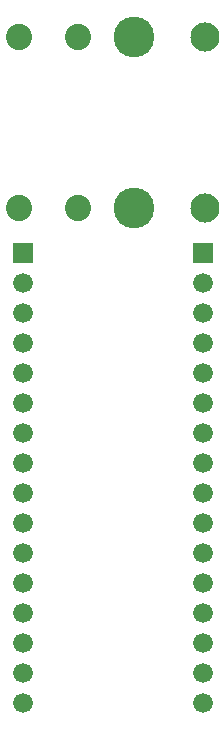
<source format=gbr>
G04 start of page 7 for group -4062 idx -4062 *
G04 Title: (unknown), soldermask *
G04 Creator: pcb 1.99z *
G04 CreationDate: Fri 24 Jun 2011 08:49:47 AM GMT UTC *
G04 For: russ *
G04 Format: Gerber/RS-274X *
G04 PCB-Dimensions: 86614 238188 *
G04 PCB-Coordinate-Origin: lower left *
%MOIN*%
%FSLAX25Y25*%
%LNBOTTOMMASK*%
%ADD59C,0.0973*%
%ADD58C,0.1359*%
%ADD57C,0.0877*%
%ADD56C,0.0200*%
%ADD55C,0.0660*%
G54D55*X11811Y127479D03*
Y117479D03*
Y107479D03*
Y97479D03*
Y87479D03*
Y77479D03*
Y67479D03*
Y57479D03*
Y47479D03*
Y37479D03*
Y27479D03*
Y17479D03*
Y7479D03*
G54D56*G36*
X8511Y160779D02*Y154179D01*
X15111D01*
Y160779D01*
X8511D01*
G37*
G54D55*X11811Y147479D03*
Y137479D03*
G54D57*X10434Y229329D03*
X30119Y172243D03*
X10434D03*
G54D58*X49016Y229329D03*
G54D59*X72480D03*
G54D57*X30119D03*
G54D58*X49016Y172243D03*
G54D59*X72480D03*
G54D56*G36*
X68511Y160779D02*Y154179D01*
X75111D01*
Y160779D01*
X68511D01*
G37*
G54D55*X71811Y147479D03*
Y137479D03*
Y127479D03*
Y117479D03*
Y107479D03*
Y97479D03*
Y87479D03*
Y77479D03*
Y67479D03*
Y57479D03*
Y47479D03*
Y37479D03*
Y27479D03*
Y17479D03*
Y7479D03*
M02*

</source>
